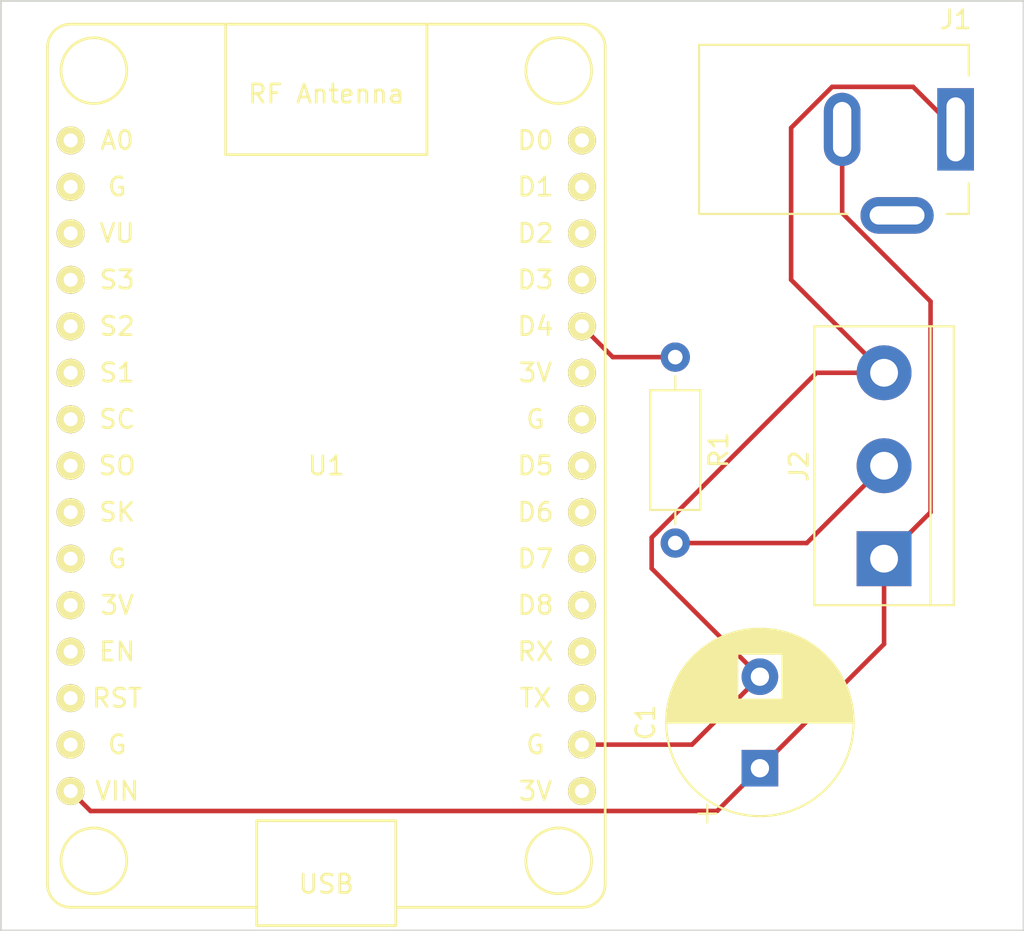
<source format=kicad_pcb>
(kicad_pcb (version 20211014) (generator pcbnew)
  (layers (0 "F.Cu" signal) (31 "B.Cu" signal) (34 "B.Paste" user) (35 "F.Paste" user) (36 "B.SilkS" user "B.Silkscreen") (37 "F.SilkS" user "F.Silkscreen") (38 "B.Mask" user) (39 "F.Mask" user) (44 "Edge.Cuts" user))
  (net 0 "")
  (net 15 "Net-(C1-Pad1)")
  (net 17 "Net-(C1-Pad2)")
  (net 26 "Net-(R1-Pad1)")
  (net 31 "Net-(R1-Pad2)")
  (footprint "Connector_BarrelJack:BarrelJack_Kycon_KLDX-0202-xC_Horizontal" (layer "F.Cu") (at 102.97 95.92)
    (fp_text reference "J1" (at 0 -6 unlocked) (layer "F.SilkS"))
    (fp_text value "Barrel_Jack_MountingPin")
    (fp_line (start 0.72 -4.62) (end -14.02 -4.62) (layer "F.SilkS") (width 0.12))
    (fp_line (start -0.5 4.62) (end 0.72 4.62) (layer "F.SilkS") (width 0.12))
    (fp_line (start 0.72 4.62) (end 0.72 2.95) (layer "F.SilkS") (width 0.12))
    (fp_line (start -14.02 -4.62) (end -14.02 4.62) (layer "F.SilkS") (width 0.12))
    (fp_line (start 0.72 -2.95) (end 0.72 -4.62) (layer "F.SilkS") (width 0.12))
    (fp_line (start -14.02 4.62) (end -5.9 4.62) (layer "F.SilkS") (width 0.12))
    (pad "1" thru_hole rect (at 0 0) (size 2 4.5) (drill oval 1 3.5) (layers *.Cu *.Mask) (net 17 "Net-(C1-Pad2)"))
    (pad "2" thru_hole oval (at -6.2 0) (size 2 4) (drill oval 1 3) (layers *.Cu *.Mask) (net 15 "Net-(C1-Pad1)"))
    (pad "3" thru_hole oval (at -3.2 4.7 90) (size 2 4) (drill oval 1 3) (layers *.Cu *.Mask))
  )
  (footprint "ESP8266:NodeMCU1.0(12-E)" (layer "F.Cu") (at 68.58 114.3)
    (fp_text reference "U1" (at 0 0) (layer "F.SilkS"))
    (fp_text value "NodeMCU_1.0_(ESP-12E)")
    (fp_text user "S2" (at -11.43 -7.62) (layer "F.SilkS"))
    (fp_text user "EN" (at -11.43 10.16) (layer "F.SilkS"))
    (fp_text user "G" (at -11.43 -15.24) (layer "F.SilkS"))
    (fp_text user "3V" (at 11.43 17.78) (layer "F.SilkS"))
    (fp_text user "D0" (at 11.43 -17.78) (layer "F.SilkS"))
    (fp_text user "3V" (at 11.43 -5.08) (layer "F.SilkS"))
    (fp_text user "RST" (at -11.43 12.7) (layer "F.SilkS"))
    (fp_text user "USB" (at 0 22.86) (layer "F.SilkS"))
    (fp_text user "VU" (at -11.43 -12.7) (layer "F.SilkS"))
    (fp_text user "D6" (at 11.43 2.54) (layer "F.SilkS"))
    (fp_text user "G" (at -11.43 5.08) (layer "F.SilkS"))
    (fp_text user "S1" (at -11.43 -5.08) (layer "F.SilkS"))
    (fp_text user "VIN" (at -11.43 17.78) (layer "F.SilkS"))
    (fp_text user "D2" (at 11.43 -12.7) (layer "F.SilkS"))
    (fp_text user "D8" (at 11.43 7.62) (layer "F.SilkS"))
    (fp_text user "G" (at -11.43 15.24) (layer "F.SilkS"))
    (fp_text user "D1" (at 11.43 -15.24) (layer "F.SilkS"))
    (fp_text user "G" (at 11.43 15.24) (layer "F.SilkS"))
    (fp_text user "S3" (at -11.43 -10.16) (layer "F.SilkS"))
    (fp_text user "D3" (at 11.43 -10.16) (layer "F.SilkS"))
    (fp_text user "SK" (at -11.43 2.54) (layer "F.SilkS"))
    (fp_text user "3V" (at -11.43 7.62) (layer "F.SilkS"))
    (fp_text user "G" (at 11.43 -2.54) (layer "F.SilkS"))
    (fp_text user "D4" (at 11.43 -7.62) (layer "F.SilkS"))
    (fp_text user "TX" (at 11.43 12.7) (layer "F.SilkS"))
    (fp_text user "SC" (at -11.43 -2.54) (layer "F.SilkS"))
    (fp_text user "SO" (at -11.43 0) (layer "F.SilkS"))
    (fp_text user "RX" (at 11.43 10.16) (layer "F.SilkS"))
    (fp_text user "D7" (at 11.43 5.08) (layer "F.SilkS"))
    (fp_text user "RF Antenna" (at 0 -20.32) (layer "F.SilkS"))
    (fp_text user "D5" (at 11.43 0) (layer "F.SilkS"))
    (fp_text user "A0" (at -11.43 -17.78) (layer "F.SilkS"))
    (fp_line (start 13.97 -24.13) (end -13.97 -24.13) (layer "F.SilkS") (width 0.15))
    (fp_line (start 5.5 -17) (end -5.5 -17) (layer "F.SilkS") (width 0.15))
    (fp_line (start 15.24 -22.86) (end 15.24 22.86) (layer "F.SilkS") (width 0.15))
    (fp_line (start -3.8 25.13) (end -3.8 19.4) (layer "F.SilkS") (width 0.15))
    (fp_line (start 3.8 25.13) (end -3.8 25.13) (layer "F.SilkS") (width 0.15))
    (fp_line (start -3.8 19.4) (end 3.8 19.4) (layer "F.SilkS") (width 0.15))
    (fp_line (start 5.5 -24.13) (end 5.5 -17) (layer "F.SilkS") (width 0.15))
    (fp_line (start -3.8 24.13) (end -13.97 24.13) (layer "F.SilkS") (width 0.15))
    (fp_line (start -5.5 -17) (end -5.5 -24.13) (layer "F.SilkS") (width 0.15))
    (fp_line (start 13.98 24.13) (end 3.81 24.13) (layer "F.SilkS") (width 0.15))
    (fp_line (start -15.24 -22.86) (end -15.24 22.86) (layer "F.SilkS") (width 0.15))
    (fp_line (start 3.8 19.4) (end 3.8 25.13) (layer "F.SilkS") (width 0.15))
    (fp_arc (start -15.24 -22.86) (mid -14.868026 -23.758026) (end -13.97 -24.13) (layer "F.SilkS") (width 0.15))
    (fp_arc (start 15.24 22.86) (mid 14.868026 23.758026) (end 13.97 24.13) (layer "F.SilkS") (width 0.15))
    (fp_arc (start -13.97 24.13) (mid -14.868026 23.758026) (end -15.24 22.86) (layer "F.SilkS") (width 0.15))
    (fp_arc (start 13.97 -24.13) (mid 14.868026 -23.758026) (end 15.24 -22.86) (layer "F.SilkS") (width 0.15))
    (fp_circle (center 12.7 21.59) (end 13.97 20.32) (layer "F.SilkS") (width 0.15) (fill none))
    (fp_circle (center -12.7 -21.59) (end -11.43 -22.86) (layer "F.SilkS") (width 0.15) (fill none))
    (fp_circle (center -12.7 21.59) (end -11.43 20.32) (layer "F.SilkS") (width 0.15) (fill none))
    (fp_circle (center 12.7 -21.59) (end 13.97 -22.86) (layer "F.SilkS") (width 0.15) (fill none))
    (pad "1" thru_hole circle locked (at -13.97 -17.78) (size 1.524 1.524) (drill 0.762) (layers *.Cu *.Mask "F.SilkS"))
    (pad "2" thru_hole circle locked (at -13.97 -15.24) (size 1.524 1.524) (drill 0.762) (layers *.Cu *.Mask "F.SilkS"))
    (pad "3" thru_hole circle locked (at -13.97 -12.7) (size 1.524 1.524) (drill 0.762) (layers *.Cu *.Mask "F.SilkS"))
    (pad "4" thru_hole circle locked (at -13.97 -10.16) (size 1.524 1.524) (drill 0.762) (layers *.Cu *.Mask "F.SilkS"))
    (pad "5" thru_hole circle locked (at -13.97 -7.62) (size 1.524 1.524) (drill 0.762) (layers *.Cu *.Mask "F.SilkS"))
    (pad "6" thru_hole circle locked (at -13.97 -5.08) (size 1.524 1.524) (drill 0.762) (layers *.Cu *.Mask "F.SilkS"))
    (pad "7" thru_hole circle locked (at -13.97 -2.54) (size 1.524 1.524) (drill 0.762) (layers *.Cu *.Mask "F.SilkS"))
    (pad "8" thru_hole circle locked (at -13.97 0) (size 1.524 1.524) (drill 0.762) (layers *.Cu *.Mask "F.SilkS"))
    (pad "9" thru_hole circle locked (at -13.97 2.54) (size 1.524 1.524) (drill 0.762) (layers *.Cu *.Mask "F.SilkS"))
    (pad "10" thru_hole circle locked (at -13.97 5.08) (size 1.524 1.524) (drill 0.762) (layers *.Cu *.Mask "F.SilkS"))
    (pad "11" thru_hole circle locked (at -13.97 7.62) (size 1.524 1.524) (drill 0.762) (layers *.Cu *.Mask "F.SilkS"))
    (pad "12" thru_hole circle locked (at -13.97 10.16) (size 1.524 1.524) (drill 0.762) (layers *.Cu *.Mask "F.SilkS"))
    (pad "13" thru_hole circle locked (at -13.97 12.7) (size 1.524 1.524) (drill 0.762) (layers *.Cu *.Mask "F.SilkS"))
    (pad "14" thru_hole circle locked (at -13.97 15.24) (size 1.524 1.524) (drill 0.762) (layers *.Cu *.Mask "F.SilkS"))
    (pad "15" thru_hole circle locked (at -13.97 17.78) (size 1.524 1.524) (drill 0.762) (layers *.Cu *.Mask "F.SilkS") (net 15 "Net-(C1-Pad1)"))
    (pad "16" thru_hole circle locked (at 13.97 17.78) (size 1.524 1.524) (drill 0.762) (layers *.Cu *.Mask "F.SilkS"))
    (pad "17" thru_hole circle locked (at 13.97 15.24) (size 1.524 1.524) (drill 0.762) (layers *.Cu *.Mask "F.SilkS") (net 17 "Net-(C1-Pad2)"))
    (pad "18" thru_hole circle locked (at 13.97 12.7) (size 1.524 1.524) (drill 0.762) (layers *.Cu *.Mask "F.SilkS"))
    (pad "19" thru_hole circle locked (at 13.97 10.16) (size 1.524 1.524) (drill 0.762) (layers *.Cu *.Mask "F.SilkS"))
    (pad "20" thru_hole circle locked (at 13.97 7.62) (size 1.524 1.524) (drill 0.762) (layers *.Cu *.Mask "F.SilkS"))
    (pad "21" thru_hole circle locked (at 13.97 5.08) (size 1.524 1.524) (drill 0.762) (layers *.Cu *.Mask "F.SilkS"))
    (pad "22" thru_hole circle locked (at 13.97 2.54) (size 1.524 1.524) (drill 0.762) (layers *.Cu *.Mask "F.SilkS"))
    (pad "23" thru_hole circle locked (at 13.97 0) (size 1.524 1.524) (drill 0.762) (layers *.Cu *.Mask "F.SilkS"))
    (pad "24" thru_hole circle locked (at 13.97 -2.54) (size 1.524 1.524) (drill 0.762) (layers *.Cu *.Mask "F.SilkS"))
    (pad "25" thru_hole circle locked (at 13.97 -5.08) (size 1.524 1.524) (drill 0.762) (layers *.Cu *.Mask "F.SilkS"))
    (pad "26" thru_hole circle locked (at 13.97 -7.62) (size 1.524 1.524) (drill 0.762) (layers *.Cu *.Mask "F.SilkS") (net 26 "Net-(R1-Pad1)"))
    (pad "27" thru_hole circle locked (at 13.97 -10.16) (size 1.524 1.524) (drill 0.762) (layers *.Cu *.Mask "F.SilkS"))
    (pad "28" thru_hole circle locked (at 13.97 -12.7) (size 1.524 1.524) (drill 0.762) (layers *.Cu *.Mask "F.SilkS"))
    (pad "29" thru_hole circle locked (at 13.97 -15.24) (size 1.524 1.524) (drill 0.762) (layers *.Cu *.Mask "F.SilkS"))
    (pad "30" thru_hole circle locked (at 13.97 -17.78) (size 1.524 1.524) (drill 0.762) (layers *.Cu *.Mask "F.SilkS"))
  )
  (footprint "Resistor_THT:R_Axial_DIN0207_L6.3mm_D2.5mm_P10.16mm_Horizontal" (layer "F.Cu") (at 87.65 108.365 -90)
    (fp_text reference "R1" (at 5.08 -2.37 90) (layer "F.SilkS"))
    (fp_text value "62")
    (fp_line (start 8.35 1.37) (end 8.35 -1.37) (layer "F.SilkS") (width 0.12))
    (fp_line (start 9.12 0) (end 8.35 0) (layer "F.SilkS") (width 0.12))
    (fp_line (start 1.81 -1.37) (end 1.81 1.37) (layer "F.SilkS") (width 0.12))
    (fp_line (start 1.81 1.37) (end 8.35 1.37) (layer "F.SilkS") (width 0.12))
    (fp_line (start 8.35 -1.37) (end 1.81 -1.37) (layer "F.SilkS") (width 0.12))
    (fp_line (start 1.04 0) (end 1.81 0) (layer "F.SilkS") (width 0.12))
    (pad "1" thru_hole circle (at 0 0 270) (size 1.6 1.6) (drill 0.8) (layers *.Cu *.Mask) (net 26 "Net-(R1-Pad1)"))
    (pad "2" thru_hole oval (at 10.16 0 270) (size 1.6 1.6) (drill 0.8) (layers *.Cu *.Mask) (net 31 "Net-(R1-Pad2)"))
  )
  (footprint "TerminalBlock:TerminalBlock_bornier-3_P5.08mm" (layer "F.Cu") (at 99.06 119.38 90)
    (fp_text reference "J2" (at 5.05 -4.65 90) (layer "F.SilkS"))
    (fp_text value "Screw_Terminal_01x03")
    (fp_line (start -2.54 -3.81) (end 12.7 -3.81) (layer "F.SilkS") (width 0.12))
    (fp_line (start -2.54 2.54) (end 12.7 2.54) (layer "F.SilkS") (width 0.12))
    (fp_line (start 12.7 3.81) (end 12.7 -3.81) (layer "F.SilkS") (width 0.12))
    (fp_line (start -2.54 3.81) (end 12.7 3.81) (layer "F.SilkS") (width 0.12))
    (fp_line (start -2.54 3.81) (end -2.54 -3.81) (layer "F.SilkS") (width 0.12))
    (pad "1" thru_hole rect (at 0 0 90) (size 3 3) (drill 1.52) (layers *.Cu *.Mask) (net 15 "Net-(C1-Pad1)"))
    (pad "2" thru_hole circle (at 5.08 0 90) (size 3 3) (drill 1.52) (layers *.Cu *.Mask) (net 31 "Net-(R1-Pad2)"))
    (pad "3" thru_hole circle (at 10.16 0 90) (size 3 3) (drill 1.52) (layers *.Cu *.Mask) (net 17 "Net-(C1-Pad2)"))
  )
  (footprint "Capacitor_THT:CP_Radial_D10.0mm_P5.00mm" (layer "F.Cu") (at 92.275 130.828861 90)
    (fp_text reference "C1" (at 2.5 -6.25 90) (layer "F.SilkS"))
    (fp_text value "1000uf")
    (fp_line (start 5.541 -4.08) (end 5.541 -1.241) (layer "F.SilkS") (width 0.12))
    (fp_line (start 4.181 1.241) (end 4.181 4.797) (layer "F.SilkS") (width 0.12))
    (fp_line (start 6.621 -3) (end 6.621 3) (layer "F.SilkS") (width 0.12))
    (fp_line (start 4.701 -4.584) (end 4.701 -1.241) (layer "F.SilkS") (width 0.12))
    (fp_line (start 5.261 -4.273) (end 5.261 -1.241) (layer "F.SilkS") (width 0.12))
    (fp_line (start 6.501 -3.156) (end 6.501 3.156) (layer "F.SilkS") (width 0.12))
    (fp_line (start 4.421 -4.707) (end 4.421 -1.241) (layer "F.SilkS") (width 0.12))
    (fp_line (start 2.54 -5.08) (end 2.54 5.08) (layer "F.SilkS") (width 0.12))
    (fp_line (start 6.701 -2.889) (end 6.701 2.889) (layer "F.SilkS") (width 0.12))
    (fp_line (start 5.301 1.241) (end 5.301 4.247) (layer "F.SilkS") (width 0.12))
    (fp_line (start 5.341 1.241) (end 5.341 4.221) (layer "F.SilkS") (width 0.12))
    (fp_line (start 6.101 -3.601) (end 6.101 -1.241) (layer "F.SilkS") (width 0.12))
    (fp_line (start 5.421 1.241) (end 5.421 4.166) (layer "F.SilkS") (width 0.12))
    (fp_line (start 4.861 1.241) (end 4.861 4.504) (layer "F.SilkS") (width 0.12))
    (fp_line (start 7.141 -2.125) (end 7.141 2.125) (layer "F.SilkS") (width 0.12))
    (fp_line (start 6.861 -2.645) (end 6.861 2.645) (layer "F.SilkS") (width 0.12))
    (fp_line (start 5.661 -3.989) (end 5.661 -1.241) (layer "F.SilkS") (width 0.12))
    (fp_line (start 3.18 -5.035) (end 3.18 5.035) (layer "F.SilkS") (width 0.12))
    (fp_line (start 3.581 -4.965) (end 3.581 4.965) (layer "F.SilkS") (width 0.12))
    (fp_line (start 2.98 -5.058) (end 2.98 5.058) (layer "F.SilkS") (width 0.12))
    (fp_line (start 2.86 -5.068) (end 2.86 5.068) (layer "F.SilkS") (width 0.12))
    (fp_line (start 2.9 -5.065) (end 2.9 5.065) (layer "F.SilkS") (width 0.12))
    (fp_line (start 5.021 1.241) (end 5.021 4.417) (layer "F.SilkS") (width 0.12))
    (fp_line (start 6.181 -3.52) (end 6.181 -1.241) (layer "F.SilkS") (width 0.12))
    (fp_line (start 2.66 -5.078) (end 2.66 5.078) (layer "F.SilkS") (width 0.12))
    (fp_line (start 4.341 -4.738) (end 4.341 -1.241) (layer "F.SilkS") (width 0.12))
    (fp_line (start 3.501 -4.982) (end 3.501 4.982) (layer "F.SilkS") (width 0.12))
    (fp_line (start 6.021 1.241) (end 6.021 3.679) (layer "F.SilkS") (width 0.12))
    (fp_line (start 4.381 1.241) (end 4.381 4.723) (layer "F.SilkS") (width 0.12))
    (fp_line (start 3.341 -5.011) (end 3.341 5.011) (layer "F.SilkS") (width 0.12))
    (fp_line (start 6.581 -3.054) (end 6.581 3.054) (layer "F.SilkS") (width 0.12))
    (fp_line (start 4.621 -4.621) (end 4.621 -1.241) (layer "F.SilkS") (width 0.12))
    (fp_line (start 7.381 -1.51) (end 7.381 1.51) (layer "F.SilkS") (width 0.12))
    (fp_line (start 4.541 -4.657) (end 4.541 -1.241) (layer "F.SilkS") (width 0.12))
    (fp_line (start 5.901 1.241) (end 5.901 3.789) (layer "F.SilkS") (width 0.12))
    (fp_line (start 5.941 -3.753) (end 5.941 -1.241) (layer "F.SilkS") (width 0.12))
    (fp_line (start 6.941 -2.51) (end 6.941 2.51) (layer "F.SilkS") (width 0.12))
    (fp_line (start 3.221 -5.03) (end 3.221 5.03) (layer "F.SilkS") (width 0.12))
    (fp_line (start 4.941 1.241) (end 4.941 4.462) (layer "F.SilkS") (width 0.12))
    (fp_line (start 4.981 1.241) (end 4.981 4.44) (layer "F.SilkS") (width 0.12))
    (fp_line (start 5.061 1.241) (end 5.061 4.395) (layer "F.SilkS") (width 0.12))
    (fp_line (start 4.821 -4.525) (end 4.821 -1.241) (layer "F.SilkS") (width 0.12))
    (fp_line (start 4.301 1.241) (end 4.301 4.754) (layer "F.SilkS") (width 0.12))
    (fp_line (start 5.781 -3.892) (end 5.781 -1.241) (layer "F.SilkS") (width 0.12))
    (fp_line (start 2.5 -5.08) (end 2.5 5.08) (layer "F.SilkS") (width 0.12))
    (fp_line (start 6.021 -3.679) (end 6.021 -1.241) (layer "F.SilkS") (width 0.12))
    (fp_line (start 5.821 -3.858) (end 5.821 -1.241) (layer "F.SilkS") (width 0.12))
    (fp_line (start 5.701 -3.957) (end 5.701 -1.241) (layer "F.SilkS") (width 0.12))
    (fp_line (start 6.221 1.241) (end 6.221 3.478) (layer "F.SilkS") (width 0.12))
    (fp_line (start 3.14 -5.04) (end 3.14 5.04) (layer "F.SilkS") (width 0.12))
    (fp_line (start 3.421 -4.997) (end 3.421 4.997) (layer "F.SilkS") (width 0.12))
    (fp_line (start 7.501 -1.062) (end 7.501 1.062) (layer "F.SilkS") (width 0.12))
    (fp_line (start 5.981 1.241) (end 5.981 3.716) (layer "F.SilkS") (width 0.12))
    (fp_line (start 3.661 -4.947) (end 3.661 4.947) (layer "F.SilkS") (width 0.12))
    (fp_line (start 2.82 -5.07) (end 2.82 5.07) (layer "F.SilkS") (width 0.12))
    (fp_line (start 6.301 -3.392) (end 6.301 3.392) (layer "F.SilkS") (width 0.12))
    (fp_line (start 3.781 -4.918) (end 3.781 -1.241) (layer "F.SilkS") (width 0.12))
    (fp_line (start 4.021 -4.85) (end 4.021 -1.241) (layer "F.SilkS") (width 0.12))
    (fp_line (start 7.541 -0.862) (end 7.541 0.862) (layer "F.SilkS") (width 0.12))
    (fp_line (start 7.221 -1.944) (end 7.221 1.944) (layer "F.SilkS") (width 0.12))
    (fp_line (start 3.301 -5.018) (end 3.301 5.018) (layer "F.SilkS") (width 0.12))
    (fp_line (start 5.461 1.241) (end 5.461 4.138) (layer "F.SilkS") (width 0.12))
    (fp_line (start 5.701 1.241) (end 5.701 3.957) (layer "F.SilkS") (width 0.12))
    (fp_line (start 5.581 1.241) (end 5.581 4.05) (layer "F.SilkS") (width 0.12))
    (fp_line (start 4.781 -4.545) (end 4.781 -1.241) (layer "F.SilkS") (width 0.12))
    (fp_line (start 5.821 1.241) (end 5.821 3.858) (layer "F.SilkS") (width 0.12))
    (fp_line (start 4.301 -4.754) (end 4.301 -1.241) (layer "F.SilkS") (width 0.12))
    (fp_line (start 3.981 -4.862) (end 3.981 -1.241) (layer "F.SilkS") (width 0.12))
    (fp_line (start 3.861 1.241) (end 3.861 4.897) (layer "F.SilkS") (width 0.12))
    (fp_line (start 4.781 1.241) (end 4.781 4.545) (layer "F.SilkS") (width 0.12))
    (fp_line (start 6.261 -3.436) (end 6.261 3.436) (layer "F.SilkS") (width 0.12))
    (fp_line (start 7.581 -0.599) (end 7.581 0.599) (layer "F.SilkS") (width 0.12))
    (fp_line (start 6.661 -2.945) (end 6.661 2.945) (layer "F.SilkS") (width 0.12))
    (fp_line (start 4.661 -4.603) (end 4.661 -1.241) (layer "F.SilkS") (width 0.12))
    (fp_line (start 4.741 1.241) (end 4.741 4.564) (layer "F.SilkS") (width 0.12))
    (fp_line (start 4.061 1.241) (end 4.061 4.837) (layer "F.SilkS") (width 0.12))
    (fp_line (start 4.101 -4.824) (end 4.101 -1.241) (layer "F.SilkS") (width 0.12))
    (fp_line (start 4.141 -4.811) (end 4.141 -1.241) (layer "F.SilkS") (width 0.12))
    (fp_line (start 4.941 -4.462) (end 4.941 -1.241) (layer "F.SilkS") (width 0.12))
    (fp_line (start 5.021 -4.417) (end 5.021 -1.241) (layer "F.SilkS") (width 0.12))
    (fp_line (start 3.741 -4.928) (end 3.741 4.928) (layer "F.SilkS") (width 0.12))
    (fp_line (start 4.981 -4.44) (end 4.981 -1.241) (layer "F.SilkS") (width 0.12))
    (fp_line (start 5.221 -4.298) (end 5.221 -1.241) (layer "F.SilkS") (width 0.12))
    (fp_line (start 5.141 1.241) (end 5.141 4.347) (layer "F.SilkS") (width 0.12))
    (fp_line (start 4.461 1.241) (end 4.461 4.69) (layer "F.SilkS") (width 0.12))
    (fp_line (start 4.501 -4.674) (end 4.501 -1.241) (layer "F.SilkS") (width 0.12))
    (fp_line (start 5.101 1.241) (end 5.101 4.371) (layer "F.SilkS") (width 0.12))
    (fp_line (start 5.221 1.241) (end 5.221 4.298) (layer "F.SilkS") (width 0.12))
    (fp_line (start 4.661 1.241) (end 4.661 4.603) (layer "F.SilkS") (width 0.12))
    (fp_line (start 4.141 1.241) (end 4.141 4.811) (layer "F.SilkS") (width 0.12))
    (fp_line (start 3.941 1.241) (end 3.941 4.874) (layer "F.SilkS") (width 0.12))
    (fp_line (start 4.261 1.241) (end 4.261 4.768) (layer "F.SilkS") (width 0.12))
    (fp_line (start 5.661 1.241) (end 5.661 3.989) (layer "F.SilkS") (width 0.12))
    (fp_line (start 4.901 1.241) (end 4.901 4.483) (layer "F.SilkS") (width 0.12))
    (fp_line (start 5.141 -4.347) (end 5.141 -1.241) (layer "F.SilkS") (width 0.12))
    (fp_line (start 6.141 1.241) (end 6.141 3.561) (layer "F.SilkS") (width 0.12))
    (fp_line (start 7.421 -1.378) (end 7.421 1.378) (layer "F.SilkS") (width 0.12))
    (fp_line (start 4.741 -4.564) (end 4.741 -1.241) (layer "F.SilkS") (width 0.12))
    (fp_line (start 4.861 -4.504) (end 4.861 -1.241) (layer "F.SilkS") (width 0.12))
    (fp_line (start 3.261 -5.024) (end 3.261 5.024) (layer "F.SilkS") (width 0.12))
    (fp_line (start 5.541 1.241) (end 5.541 4.08) (layer "F.SilkS") (width 0.12))
    (fp_line (start 3.461 -4.99) (end 3.461 4.99) (layer "F.SilkS") (width 0.12))
    (fp_line (start 6.101 1.241) (end 6.101 3.601) (layer "F.SilkS") (width 0.12))
    (fp_line (start 4.181 -4.797) (end 4.181 -1.241) (layer "F.SilkS") (width 0.12))
    (fp_line (start 3.901 -4.885) (end 3.901 -1.241) (layer "F.SilkS") (width 0.12))
    (fp_line (start 5.101 -4.371) (end 5.101 -1.241) (layer "F.SilkS") (width 0.12))
    (fp_line (start 5.741 1.241) (end 5.741 3.925) (layer "F.SilkS") (width 0.12))
    (fp_line (start 6.901 -2.579) (end 6.901 2.579) (layer "F.SilkS") (width 0.12))
    (fp_line (start 6.061 -3.64) (end 6.061 -1.241) (layer "F.SilkS") (width 0.12))
    (fp_line (start 3.821 -4.907) (end 3.821 -1.241) (layer "F.SilkS") (width 0.12))
    (fp_line (start 2.7 -5.077) (end 2.7 5.077) (layer "F.SilkS") (width 0.12))
    (fp_line (start 5.621 1.241) (end 5.621 4.02) (layer "F.SilkS") (width 0.12))
    (fp_line (start 7.061 -2.289) (end 7.061 2.289) (layer "F.SilkS") (width 0.12))
    (fp_line (start 6.781 -2.77) (end 6.781 2.77) (layer "F.SilkS") (width 0.12))
    (fp_line (start 5.501 1.241) (end 5.501 4.11) (layer "F.SilkS") (width 0.12))
    (fp_line (start 7.021 -2.365) (end 7.021 2.365) (layer "F.SilkS") (width 0.12))
    (fp_line (start 5.261 1.241) (end 5.261 4.273) (layer "F.SilkS") (width 0.12))
    (fp_line (start 2.94 -5.062) (end 2.94 5.062) (layer "F.SilkS") (width 0.12))
    (fp_line (start 6.461 -3.206) (end 6.461 3.206) (layer "F.SilkS") (width 0.12))
    (fp_line (start 2.74 -5.075) (end 2.74 5.075) (layer "F.SilkS") (width 0.12))
    (fp_line (start 7.181 -2.037) (end 7.181 2.037) (layer "F.SilkS") (width 0.12))
    (fp_line (start 6.381 -3.301) (end 6.381 3.301) (layer "F.SilkS") (width 0.12))
    (fp_line (start 6.741 -2.83) (end 6.741 2.83) (layer "F.SilkS") (width 0.12))
    (fp_line (start 4.101 1.241) (end 4.101 4.824) (layer "F.SilkS") (width 0.12))
    (fp_line (start 2.62 -5.079) (end 2.62 5.079) (layer "F.SilkS") (width 0.12))
    (fp_line (start 4.261 -4.768) (end 4.261 -1.241) (layer "F.SilkS") (width 0.12))
    (fp_line (start 5.461 -4.138) (end 5.461 -1.241) (layer "F.SilkS") (width 0.12))
    (fp_line (start 5.061 -4.395) (end 5.061 -1.241) (layer "F.SilkS") (width 0.12))
    (fp_line (start 4.541 1.241) (end 4.541 4.657) (layer "F.SilkS") (width 0.12))
    (fp_line (start 3.1 -5.045) (end 3.1 5.045) (layer "F.SilkS") (width 0.12))
    (fp_line (start 4.221 -4.783) (end 4.221 -1.241) (layer "F.SilkS") (width 0.12))
    (fp_line (start 3.701 -4.938) (end 3.701 4.938) (layer "F.SilkS") (width 0.12))
    (fp_line (start 3.901 1.241) (end 3.901 4.885) (layer "F.SilkS") (width 0.12))
    (fp_line (start 4.701 1.241) (end 4.701 4.584) (layer "F.SilkS") (width 0.12))
    (fp_line (start -2.479646 -3.375) (end -2.479646 -2.375) (layer "F.SilkS") (width 0.12))
    (fp_line (start 5.861 -3.824) (end 5.861 -1.241) (layer "F.SilkS") (width 0.12))
    (fp_line (start 6.821 -2.709) (end 6.821 2.709) (layer "F.SilkS") (width 0.12))
    (fp_line (start 3.621 -4.956) (end 3.621 4.956) (layer "F.SilkS") (width 0.12))
    (fp_line (start 5.181 -4.323) (end 5.181 -1.241) (layer "F.SilkS") (width 0.12))
    (fp_line (start 5.861 1.241) (end 5.861 3.824) (layer "F.SilkS") (width 0.12))
    (fp_line (start 3.941 -4.874) (end 3.941 -1.241) (layer "F.SilkS") (width 0.12))
    (fp_line (start 5.781 1.241) (end 5.781 3.892) (layer "F.SilkS") (width 0.12))
    (fp_line (start 4.501 1.241) (end 4.501 4.674) (layer "F.SilkS") (width 0.12))
    (fp_line (start 6.421 -3.254) (end 6.421 3.254) (layer "F.SilkS") (width 0.12))
    (fp_line (start 4.381 -4.723) (end 4.381 -1.241) (layer "F.SilkS") (width 0.12))
    (fp_line (start 3.541 -4.974) (end 3.541 4.974) (layer "F.SilkS") (width 0.12))
    (fp_line (start 5.901 -3.789) (end 5.901 -1.241) (layer "F.SilkS") (width 0.12))
    (fp_line (start 4.901 -4.483) (end 4.901 -1.241) (layer "F.SilkS") (width 0.12))
    (fp_line (start 5.381 -4.194) (end 5.381 -1.241) (layer "F.SilkS") (width 0.12))
    (fp_line (start -2.979646 -2.875) (end -1.979646 -2.875) (layer "F.SilkS") (width 0.12))
    (fp_line (start 7.261 -1.846) (end 7.261 1.846) (layer "F.SilkS") (width 0.12))
    (fp_line (start 4.581 -4.639) (end 4.581 -1.241) (layer "F.SilkS") (width 0.12))
    (fp_line (start 4.461 -4.69) (end 4.461 -1.241) (layer "F.SilkS") (width 0.12))
    (fp_line (start 3.381 -5.004) (end 3.381 5.004) (layer "F.SilkS") (width 0.12))
    (fp_line (start 5.381 1.241) (end 5.381 4.194) (layer "F.SilkS") (width 0.12))
    (fp_line (start 4.421 1.241) (end 4.421 4.707) (layer "F.SilkS") (width 0.12))
    (fp_line (start 6.141 -3.561) (end 6.141 -1.241) (layer "F.SilkS") (width 0.12))
    (fp_line (start 3.821 1.241) (end 3.821 4.907) (layer "F.SilkS") (width 0.12))
    (fp_line (start 2.78 -5.073) (end 2.78 5.073) (layer "F.SilkS") (width 0.12))
    (fp_line (start 3.981 1.241) (end 3.981 4.862) (layer "F.SilkS") (width 0.12))
    (fp_line (start 7.341 -1.63) (end 7.341 1.63) (layer "F.SilkS") (width 0.12))
    (fp_line (start 2.58 -5.08) (end 2.58 5.08) (layer "F.SilkS") (width 0.12))
    (fp_line (start 5.421 -4.166) (end 5.421 -1.241) (layer "F.SilkS") (width 0.12))
    (fp_line (start 5.581 -4.05) (end 5.581 -1.241) (layer "F.SilkS") (width 0.12))
    (fp_line (start 5.341 -4.221) (end 5.341 -1.241) (layer "F.SilkS") (width 0.12))
    (fp_line (start 3.02 -5.054) (end 3.02 5.054) (layer "F.SilkS") (width 0.12))
    (fp_line (start 3.781 1.241) (end 3.781 4.918) (layer "F.SilkS") (width 0.12))
    (fp_line (start 6.981 -2.439) (end 6.981 2.439) (layer "F.SilkS") (width 0.12))
    (fp_line (start 5.301 -4.247) (end 5.301 -1.241) (layer "F.SilkS") (width 0.12))
    (fp_line (start 7.461 -1.23) (end 7.461 1.23) (layer "F.SilkS") (width 0.12))
    (fp_line (start 5.501 -4.11) (end 5.501 -1.241) (layer "F.SilkS") (width 0.12))
    (fp_line (start 5.181 1.241) (end 5.181 4.323) (layer "F.SilkS") (width 0.12))
    (fp_line (start 6.541 -3.106) (end 6.541 3.106) (layer "F.SilkS") (width 0.12))
    (fp_line (start 6.341 -3.347) (end 6.341 3.347) (layer "F.SilkS") (width 0.12))
    (fp_line (start 5.741 -3.925) (end 5.741 -1.241) (layer "F.SilkS") (width 0.12))
    (fp_line (start 6.061 1.241) (end 6.061 3.64) (layer "F.SilkS") (width 0.12))
    (fp_line (start 4.021 1.241) (end 4.021 4.85) (layer "F.SilkS") (width 0.12))
    (fp_line (start 6.221 -3.478) (end 6.221 -1.241) (layer "F.SilkS") (width 0.12))
    (fp_line (start 7.301 -1.742) (end 7.301 1.742) (layer "F.SilkS") (width 0.12))
    (fp_line (start 5.981 -3.716) (end 5.981 -1.241) (layer "F.SilkS") (width 0.12))
    (fp_line (start 4.821 1.241) (end 4.821 4.525) (layer "F.SilkS") (width 0.12))
    (fp_line (start 4.581 1.241) (end 4.581 4.639) (layer "F.SilkS") (width 0.12))
    (fp_line (start 4.341 1.241) (end 4.341 4.738) (layer "F.SilkS") (width 0.12))
    (fp_line (start 4.061 -4.837) (end 4.061 -1.241) (layer "F.SilkS") (width 0.12))
    (fp_line (start 4.621 1.241) (end 4.621 4.621) (layer "F.SilkS") (width 0.12))
    (fp_line (start 6.181 1.241) (end 6.181 3.52) (layer "F.SilkS") (width 0.12))
    (fp_line (start 5.941 1.241) (end 5.941 3.753) (layer "F.SilkS") (width 0.12))
    (fp_line (start 5.621 -4.02) (end 5.621 -1.241) (layer "F.SilkS") (width 0.12))
    (fp_line (start 4.221 1.241) (end 4.221 4.783) (layer "F.SilkS") (width 0.12))
    (fp_line (start 7.101 -2.209) (end 7.101 2.209) (layer "F.SilkS") (width 0.12))
    (fp_line (start 3.06 -5.05) (end 3.06 5.05) (layer "F.SilkS") (width 0.12))
    (fp_line (start 3.861 -4.897) (end 3.861 -1.241) (layer "F.SilkS") (width 0.12))
    (fp_circle (center 2.5 0) (end 7.62 0) (layer "F.SilkS") (width 0.12) (fill none))
    (pad "1" thru_hole rect (at 0 0 90) (size 2 2) (drill 1) (layers *.Cu *.Mask) (net 15 "Net-(C1-Pad1)"))
    (pad "2" thru_hole circle (at 5 0 90) (size 2 2) (drill 1) (layers *.Cu *.Mask) (net 17 "Net-(C1-Pad2)"))
  )
  (gr_rect (start 50.8 88.9) (end 106.68 139.7) (layer "Edge.Cuts") (width 0.1) (fill none))
  (segment (start 101.6 116.84) (end 99.06 119.38) (width 0.25) (layer "F.Cu") (net 15))
  (segment (start 101.6 105.323833) (end 101.6 116.84) (width 0.25) (layer "F.Cu") (net 15))
  (segment (start 99.06 124.043861) (end 99.06 119.38) (width 0.25) (layer "F.Cu") (net 15))
  (segment (start 96.77 100.493833) (end 101.6 105.323833) (width 0.25) (layer "F.Cu") (net 15))
  (segment (start 54.61 132.08) (end 55.697 133.167) (width 0.25) (layer "F.Cu") (net 15))
  (segment (start 96.77 95.92) (end 96.77 100.493833) (width 0.25) (layer "F.Cu") (net 15))
  (segment (start 55.697 133.167) (end 89.936861 133.167) (width 0.25) (layer "F.Cu") (net 15))
  (segment (start 89.936861 133.167) (end 92.275 130.828861) (width 0.25) (layer "F.Cu") (net 15))
  (segment (start 92.275 130.828861) (end 99.06 124.043861) (width 0.25) (layer "F.Cu") (net 15))
  (segment (start 93.98 104.14) (end 99.06 109.22) (width 0.25) (layer "F.Cu") (net 17))
  (segment (start 102.97 95.92) (end 100.645 93.595) (width 0.25) (layer "F.Cu") (net 17))
  (segment (start 86.36 119.913861) (end 92.275 125.828861) (width 0.25) (layer "F.Cu") (net 17))
  (segment (start 86.36 118.224009) (end 86.36 119.913861) (width 0.25) (layer "F.Cu") (net 17))
  (segment (start 93.98 95.836167) (end 93.98 104.14) (width 0.25) (layer "F.Cu") (net 17))
  (segment (start 88.563861 129.54) (end 92.275 125.828861) (width 0.25) (layer "F.Cu") (net 17))
  (segment (start 100.645 93.595) (end 96.221167 93.595) (width 0.25) (layer "F.Cu") (net 17))
  (segment (start 99.06 109.22) (end 95.364009 109.22) (width 0.25) (layer "F.Cu") (net 17))
  (segment (start 96.221167 93.595) (end 93.98 95.836167) (width 0.25) (layer "F.Cu") (net 17))
  (segment (start 82.55 129.54) (end 88.563861 129.54) (width 0.25) (layer "F.Cu") (net 17))
  (segment (start 95.364009 109.22) (end 86.36 118.224009) (width 0.25) (layer "F.Cu") (net 17))
  (segment (start 84.235 108.365) (end 82.55 106.68) (width 0.25) (layer "F.Cu") (net 26))
  (segment (start 87.65 108.365) (end 84.235 108.365) (width 0.25) (layer "F.Cu") (net 26))
  (segment (start 94.835 118.525) (end 87.65 118.525) (width 0.25) (layer "F.Cu") (net 31))
  (segment (start 99.06 114.3) (end 94.835 118.525) (width 0.25) (layer "F.Cu") (net 31))
)
</source>
